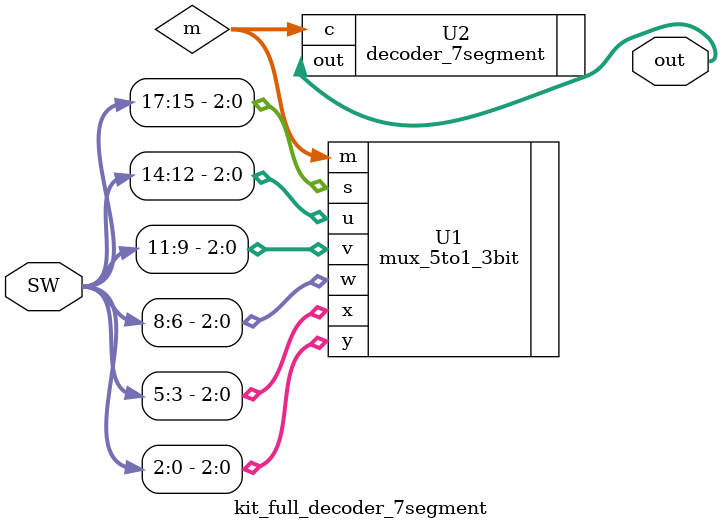
<source format=v>
module kit_full_decoder_7segment(SW,out);
	output [6:0] out;
	input [17:0] SW;
	wire [2:0] m;
	
	mux_5to1_3bit U1 (.s(SW[17:15]),.u(SW[14:12]),.v(SW[11:9]),.w(SW[8:6]),.x(SW[5:3]),.y(SW[2:0]),.m(m[2:0]));
	decoder_7segment U2 (.c(m[2:0]),.out(out[6:0]));
endmodule
</source>
